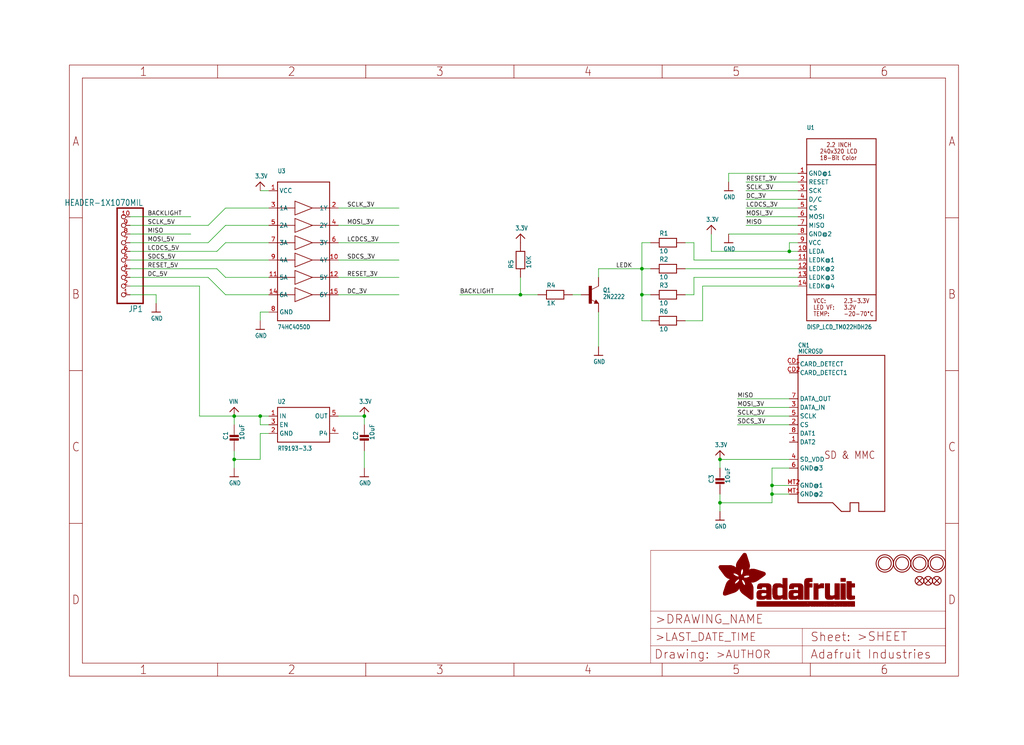
<source format=kicad_sch>
(kicad_sch (version 20211123) (generator eeschema)
  (paper "User" 299.872 218.313)
  (lib_symbols
    (symbol "Adafruit_2.2_SPI_240x320-eagle-import:3.3V" (power)
      (property "Value" "3.3V" (at -1.524 1.016 0))
      (symbol "3.3V_1_0"
        (pin power_in line (at 0 -2.54 90) (length 2.54) (name "3.3V") (number "1"))
      )
    )
    (symbol "Adafruit_2.2_SPI_240x320-eagle-import:74HC4050D"
      (property "Reference" "U" (at -7.62 22.86 0))
      (property "Value" "74HC4050D" (at -7.62 -22.86 0))
      (symbol "74HC4050D_1_0"
        (pin bidirectional line (at -10.16 17.78 0) (length 2.54) (name "VCC") (number "1"))
        (pin bidirectional line (at 10.16 -2.54 180) (length 2.54) (name "4Y") (number "10"))
        (pin bidirectional line (at -10.16 -7.62 0) (length 2.54) (name "5A") (number "11"))
        (pin bidirectional line (at 10.16 -7.62 180) (length 2.54) (name "5Y") (number "12"))
        (pin bidirectional line (at -10.16 -12.7 0) (length 2.54) (name "6A") (number "14"))
        (pin bidirectional line (at 10.16 -12.7 180) (length 2.54) (name "6Y") (number "15"))
        (pin bidirectional line (at 10.16 12.7 180) (length 2.54) (name "1Y") (number "2"))
        (pin bidirectional line (at -10.16 12.7 0) (length 2.54) (name "1A") (number "3"))
        (pin bidirectional line (at 10.16 7.62 180) (length 2.54) (name "2Y") (number "4"))
        (pin bidirectional line (at -10.16 7.62 0) (length 2.54) (name "2A") (number "5"))
        (pin bidirectional line (at 10.16 2.54 180) (length 2.54) (name "3Y") (number "6"))
        (pin bidirectional line (at -10.16 2.54 0) (length 2.54) (name "3A") (number "7"))
        (pin bidirectional line (at -10.16 -17.78 0) (length 2.54) (name "GND") (number "8"))
        (pin bidirectional line (at -10.16 -2.54 0) (length 2.54) (name "4A") (number "9"))
      )
    )
    (symbol "Adafruit_2.2_SPI_240x320-eagle-import:CAP_CERAMIC_0805MP"
      (property "Reference" "C" (at -1.79 0.54 90))
      (property "Value" "CAP_CERAMIC_0805MP" (at 3 0.54 90))
      (symbol "CAP_CERAMIC_0805MP_1_0"
        (pin passive line (at 0 5.08 270) (length 2.54) (name "1") (number "1"))
        (pin passive line (at 0 -2.54 90) (length 2.54) (name "2") (number "2"))
      )
    )
    (symbol "Adafruit_2.2_SPI_240x320-eagle-import:DISP_LCD_TM022HDH26"
      (property "Reference" "U" (at -10.16 30.48 0))
      (property "Value" "DISP_LCD_TM022HDH26" (at -10.16 -27.94 0))
      (symbol "DISP_LCD_TM022HDH26_1_0"
        (text "-20-70°C" (at 0.635 -24.13 0) (effects (font (size 1.27 1.0795)) (justify left bottom)))
        (text "18-Bit Color" (at -6.35 21.59 0) (effects (font (size 1.27 1.0795)) (justify left bottom)))
        (text "2.2 INCH" (at -4.445 25.4 0) (effects (font (size 1.27 1.0795)) (justify left bottom)))
        (text "2.3-3.3V" (at 0.635 -20.32 0) (effects (font (size 1.27 1.0795)) (justify left bottom)))
        (text "240x320 LCD" (at -6.35 23.495 0) (effects (font (size 1.27 1.0795)) (justify left bottom)))
        (text "3.2V" (at 0.635 -22.225 0) (effects (font (size 1.27 1.0795)) (justify left bottom)))
        (text "LED VF:" (at -8.255 -22.225 0) (effects (font (size 1.27 1.0795)) (justify left bottom)))
        (text "TEMP:" (at -8.255 -24.13 0) (effects (font (size 1.27 1.0795)) (justify left bottom)))
        (text "VCC:" (at -8.255 -20.32 0) (effects (font (size 1.27 1.0795)) (justify left bottom)))
        (pin power_in line (at -12.7 17.78 0) (length 2.54) (name "GND@1") (number "1"))
        (pin power_in line (at -12.7 -5.08 0) (length 2.54) (name "LEDA") (number "10"))
        (pin power_in line (at -12.7 -7.62 0) (length 2.54) (name "LEDK@1") (number "11"))
        (pin power_in line (at -12.7 -10.16 0) (length 2.54) (name "LEDK@2") (number "12"))
        (pin power_in line (at -12.7 -12.7 0) (length 2.54) (name "LEDK@3") (number "13"))
        (pin power_in line (at -12.7 -15.24 0) (length 2.54) (name "LEDK@4") (number "14"))
        (pin input line (at -12.7 15.24 0) (length 2.54) (name "RESET") (number "2"))
        (pin input line (at -12.7 12.7 0) (length 2.54) (name "SCK") (number "3"))
        (pin input line (at -12.7 10.16 0) (length 2.54) (name "D/C") (number "4"))
        (pin input line (at -12.7 7.62 0) (length 2.54) (name "CS") (number "5"))
        (pin input line (at -12.7 5.08 0) (length 2.54) (name "MOSI") (number "6"))
        (pin output line (at -12.7 2.54 0) (length 2.54) (name "MISO") (number "7"))
        (pin power_in line (at -12.7 0 0) (length 2.54) (name "GND@2") (number "8"))
        (pin power_in line (at -12.7 -2.54 0) (length 2.54) (name "VCC") (number "9"))
      )
    )
    (symbol "Adafruit_2.2_SPI_240x320-eagle-import:FIDUCIAL{dblquote}{dblquote}")
    (symbol "Adafruit_2.2_SPI_240x320-eagle-import:FRAME_A4_ADAFRUIT"
      (symbol "FRAME_A4_ADAFRUIT_0_0"
        (text "1" (at 21.6958 1.905 0) (effects (font (size 2.54 2.286))))
        (text "1" (at 21.6958 177.165 0) (effects (font (size 2.54 2.286))))
        (text "2" (at 65.0875 1.905 0) (effects (font (size 2.54 2.286))))
        (text "2" (at 65.0875 177.165 0) (effects (font (size 2.54 2.286))))
        (text "3" (at 108.4792 1.905 0) (effects (font (size 2.54 2.286))))
        (text "3" (at 108.4792 177.165 0) (effects (font (size 2.54 2.286))))
        (text "4" (at 151.8708 1.905 0) (effects (font (size 2.54 2.286))))
        (text "4" (at 151.8708 177.165 0) (effects (font (size 2.54 2.286))))
        (text "5" (at 195.2625 1.905 0) (effects (font (size 2.54 2.286))))
        (text "5" (at 195.2625 177.165 0) (effects (font (size 2.54 2.286))))
        (text "6" (at 238.6542 1.905 0) (effects (font (size 2.54 2.286))))
        (text "6" (at 238.6542 177.165 0) (effects (font (size 2.54 2.286))))
        (text "A" (at 1.905 156.6863 0) (effects (font (size 2.54 2.286))))
        (text "A" (at 258.445 156.6863 0) (effects (font (size 2.54 2.286))))
        (text "B" (at 1.905 111.9188 0) (effects (font (size 2.54 2.286))))
        (text "B" (at 258.445 111.9188 0) (effects (font (size 2.54 2.286))))
        (text "C" (at 1.905 67.1513 0) (effects (font (size 2.54 2.286))))
        (text "C" (at 258.445 67.1513 0) (effects (font (size 2.54 2.286))))
        (text "D" (at 1.905 22.3838 0) (effects (font (size 2.54 2.286))))
        (text "D" (at 258.445 22.3838 0) (effects (font (size 2.54 2.286))))
      )
      (symbol "FRAME_A4_ADAFRUIT_1_0"
        (text ">AUTHOR" (at 189.23 5.08 0) (effects (font (size 2.286 2.286)) (justify left bottom)))
        (text ">DRAWING_NAME" (at 171.45 15.24 0) (effects (font (size 2.54 2.54)) (justify left bottom)))
        (text ">LAST_DATE_TIME" (at 171.45 10.16 0) (effects (font (size 2.286 2.286)) (justify left bottom)))
        (text ">SHEET" (at 230.505 10.16 0) (effects (font (size 2.54 2.54)) (justify left bottom)))
        (text "Adafruit Industries" (at 216.916 4.953 0) (effects (font (size 2.54 2.54)) (justify left bottom)))
        (text "Drawing:" (at 171.196 4.953 0) (effects (font (size 2.54 2.54)) (justify left bottom)))
        (text "Sheet:" (at 216.916 10.033 0) (effects (font (size 2.54 2.54)) (justify left bottom)))
      )
    )
    (symbol "Adafruit_2.2_SPI_240x320-eagle-import:GND" (power)
      (property "Value" "GND" (at -1.524 -2.54 0))
      (symbol "GND_1_0"
        (pin power_in line (at 0 2.54 270) (length 2.54) (name "GND") (number "1"))
      )
    )
    (symbol "Adafruit_2.2_SPI_240x320-eagle-import:HEADER-1X1070MIL"
      (property "Reference" "JP" (at -6.35 13.335 0))
      (property "Value" "HEADER-1X1070MIL" (at -6.35 -17.78 0))
      (symbol "HEADER-1X1070MIL_1_0"
        (pin passive inverted (at -2.54 10.16 0) (length 2.54) (name "1") (number "1"))
        (pin passive inverted (at -2.54 -12.7 0) (length 2.54) (name "10") (number "10"))
        (pin passive inverted (at -2.54 7.62 0) (length 2.54) (name "2") (number "2"))
        (pin passive inverted (at -2.54 5.08 0) (length 2.54) (name "3") (number "3"))
        (pin passive inverted (at -2.54 2.54 0) (length 2.54) (name "4") (number "4"))
        (pin passive inverted (at -2.54 0 0) (length 2.54) (name "5") (number "5"))
        (pin passive inverted (at -2.54 -2.54 0) (length 2.54) (name "6") (number "6"))
        (pin passive inverted (at -2.54 -5.08 0) (length 2.54) (name "7") (number "7"))
        (pin passive inverted (at -2.54 -7.62 0) (length 2.54) (name "8") (number "8"))
        (pin passive inverted (at -2.54 -10.16 0) (length 2.54) (name "9") (number "9"))
      )
    )
    (symbol "Adafruit_2.2_SPI_240x320-eagle-import:MICROSD"
      (property "Reference" "X" (at -12.7 22.606 0))
      (property "Value" "MICROSD" (at -12.7 20.828 0))
      (symbol "MICROSD_1_0"
        (text "SD & MMC" (at -5.08 -10.16 0) (effects (font (size 2.1844 1.8567)) (justify left bottom)))
        (pin bidirectional line (at -15.24 -5.08 0) (length 2.54) (name "DAT2") (number "1"))
        (pin input line (at -15.24 0 0) (length 2.54) (name "CS") (number "2"))
        (pin input line (at -15.24 5.08 0) (length 2.54) (name "DATA_IN") (number "3"))
        (pin power_in line (at -15.24 -10.16 0) (length 2.54) (name "SD_VDD") (number "4"))
        (pin input line (at -15.24 2.54 0) (length 2.54) (name "SCLK") (number "5"))
        (pin power_in line (at -15.24 -12.7 0) (length 2.54) (name "GND@3") (number "6"))
        (pin output line (at -15.24 7.62 0) (length 2.54) (name "DATA_OUT") (number "7"))
        (pin bidirectional line (at -15.24 -2.54 0) (length 2.54) (name "DAT1") (number "8"))
        (pin passive line (at -15.24 17.78 0) (length 2.54) (name "CARD_DETECT") (number "CD1"))
        (pin passive line (at -15.24 15.24 0) (length 2.54) (name "CARD_DETECT1") (number "CD2"))
        (pin power_in line (at -15.24 -20.32 0) (length 2.54) (name "GND@2") (number "MT1"))
        (pin power_in line (at -15.24 -17.78 0) (length 2.54) (name "GND@1") (number "MT2"))
      )
    )
    (symbol "Adafruit_2.2_SPI_240x320-eagle-import:MOUNTINGHOLE2.5")
    (symbol "Adafruit_2.2_SPI_240x320-eagle-import:RESISTOR_0805MP"
      (property "Reference" "R" (at -2.54 2.032 0))
      (property "Value" "RESISTOR_0805MP" (at -2.54 -3.175 0))
      (symbol "RESISTOR_0805MP_1_0"
        (pin passive line (at -5.08 0 0) (length 2.54) (name "1") (number "1"))
        (pin passive line (at 5.08 0 180) (length 2.54) (name "2") (number "2"))
      )
    )
    (symbol "Adafruit_2.2_SPI_240x320-eagle-import:TRANSISTOR_NPNWIDE"
      (property "Reference" "Q" (at 1.27 0.635 0))
      (property "Value" "TRANSISTOR_NPNWIDE" (at 1.27 -1.27 0))
      (symbol "TRANSISTOR_NPNWIDE_1_0"
        (pin passive line (at -5.08 0 0) (length 2.54) (name "B") (number "1"))
        (pin passive line (at 0 -5.08 90) (length 2.54) (name "E") (number "2"))
        (pin passive line (at 0 5.08 270) (length 2.54) (name "C") (number "3"))
      )
    )
    (symbol "Adafruit_2.2_SPI_240x320-eagle-import:VIN" (power)
      (property "Value" "VIN" (at -1.524 1.016 0))
      (symbol "VIN_1_0"
        (pin power_in line (at 0 -2.54 90) (length 2.54) (name "VIN") (number "1"))
      )
    )
    (symbol "Adafruit_2.2_SPI_240x320-eagle-import:VREG_SOT23-5"
      (property "Reference" "U" (at -7.62 6.096 0))
      (property "Value" "VREG_SOT23-5" (at -7.62 -7.62 0))
      (symbol "VREG_SOT23-5_1_0"
        (pin power_in line (at -10.16 2.54 0) (length 2.54) (name "IN") (number "1"))
        (pin power_in line (at -10.16 -2.54 0) (length 2.54) (name "GND") (number "2"))
        (pin input line (at -10.16 0 0) (length 2.54) (name "EN") (number "3"))
        (pin bidirectional line (at 10.16 -2.54 180) (length 2.54) (name "P4") (number "4"))
        (pin power_in line (at 10.16 2.54 180) (length 2.54) (name "OUT") (number "5"))
      )
    )
  )
  (junction (at 210.82 134.62))
  (junction (at 187.96 78.74))
  (junction (at 226.06 142.24))
  (junction (at 76.2 121.92))
  (junction (at 68.58 121.92))
  (junction (at 226.06 144.78))
  (junction (at 152.4 86.36))
  (junction (at 210.82 147.32))
  (junction (at 231.14 73.66))
  (junction (at 106.68 121.92))
  (junction (at 68.58 134.62))
  (junction (at 187.96 86.36))
  (wire (pts (xy 208.28 73.66) (xy 208.28 68.58)))
  (wire (pts (xy 233.68 83.82) (xy 205.74 83.82)))
  (wire (pts (xy 99.06 86.36) (xy 116.84 86.36)))
  (wire (pts (xy 203.2 86.36) (xy 200.66 86.36)))
  (wire (pts (xy 78.74 124.46) (xy 76.2 124.46)))
  (wire (pts (xy 66.04 81.28) (xy 78.74 81.28)))
  (wire (pts (xy 231.14 142.24) (xy 226.06 142.24)))
  (wire (pts (xy 231.14 71.12) (xy 231.14 73.66)))
  (wire (pts (xy 187.96 78.74) (xy 187.96 86.36)))
  (wire (pts (xy 38.1 83.82) (xy 58.42 83.82)))
  (wire (pts (xy 175.26 78.74) (xy 175.26 81.28)))
  (wire (pts (xy 99.06 121.92) (xy 106.68 121.92)))
  (wire (pts (xy 200.66 93.98) (xy 205.74 93.98)))
  (wire (pts (xy 38.1 76.2) (xy 78.74 76.2)))
  (wire (pts (xy 213.36 50.8) (xy 213.36 53.34)))
  (wire (pts (xy 226.06 147.32) (xy 210.82 147.32)))
  (wire (pts (xy 66.04 71.12) (xy 78.74 71.12)))
  (wire (pts (xy 76.2 134.62) (xy 68.58 134.62)))
  (wire (pts (xy 231.14 121.92) (xy 215.9 121.92)))
  (wire (pts (xy 233.68 81.28) (xy 203.2 81.28)))
  (wire (pts (xy 203.2 71.12) (xy 200.66 71.12)))
  (wire (pts (xy 76.2 127) (xy 76.2 134.62)))
  (wire (pts (xy 76.2 121.92) (xy 68.58 121.92)))
  (wire (pts (xy 233.68 63.5) (xy 218.44 63.5)))
  (wire (pts (xy 231.14 119.38) (xy 215.9 119.38)))
  (wire (pts (xy 233.68 55.88) (xy 218.44 55.88)))
  (wire (pts (xy 210.82 144.78) (xy 210.82 147.32)))
  (wire (pts (xy 231.14 116.84) (xy 215.9 116.84)))
  (wire (pts (xy 226.06 137.16) (xy 226.06 142.24)))
  (wire (pts (xy 231.14 124.46) (xy 215.9 124.46)))
  (wire (pts (xy 99.06 76.2) (xy 116.84 76.2)))
  (wire (pts (xy 38.1 68.58) (xy 55.88 68.58)))
  (wire (pts (xy 63.5 73.66) (xy 66.04 71.12)))
  (wire (pts (xy 233.68 50.8) (xy 213.36 50.8)))
  (wire (pts (xy 38.1 71.12) (xy 60.96 71.12)))
  (wire (pts (xy 76.2 91.44) (xy 76.2 93.98)))
  (wire (pts (xy 190.5 78.74) (xy 187.96 78.74)))
  (wire (pts (xy 45.72 86.36) (xy 45.72 88.9)))
  (wire (pts (xy 187.96 71.12) (xy 187.96 78.74)))
  (wire (pts (xy 38.1 78.74) (xy 63.5 78.74)))
  (wire (pts (xy 187.96 93.98) (xy 190.5 93.98)))
  (wire (pts (xy 60.96 81.28) (xy 66.04 86.36)))
  (wire (pts (xy 68.58 134.62) (xy 68.58 137.16)))
  (wire (pts (xy 233.68 53.34) (xy 218.44 53.34)))
  (wire (pts (xy 78.74 55.88) (xy 76.2 55.88)))
  (wire (pts (xy 233.68 73.66) (xy 231.14 73.66)))
  (wire (pts (xy 231.14 137.16) (xy 226.06 137.16)))
  (wire (pts (xy 205.74 83.82) (xy 205.74 93.98)))
  (wire (pts (xy 58.42 121.92) (xy 68.58 121.92)))
  (wire (pts (xy 63.5 78.74) (xy 66.04 81.28)))
  (wire (pts (xy 38.1 81.28) (xy 60.96 81.28)))
  (wire (pts (xy 213.36 68.58) (xy 233.68 68.58)))
  (wire (pts (xy 218.44 58.42) (xy 233.68 58.42)))
  (wire (pts (xy 58.42 83.82) (xy 58.42 121.92)))
  (wire (pts (xy 78.74 91.44) (xy 76.2 91.44)))
  (wire (pts (xy 167.64 86.36) (xy 170.18 86.36)))
  (wire (pts (xy 106.68 132.08) (xy 106.68 137.16)))
  (wire (pts (xy 38.1 66.04) (xy 60.96 66.04)))
  (wire (pts (xy 66.04 86.36) (xy 78.74 86.36)))
  (wire (pts (xy 187.96 86.36) (xy 190.5 86.36)))
  (wire (pts (xy 226.06 142.24) (xy 226.06 144.78)))
  (wire (pts (xy 68.58 132.08) (xy 68.58 134.62)))
  (wire (pts (xy 187.96 78.74) (xy 175.26 78.74)))
  (wire (pts (xy 231.14 144.78) (xy 226.06 144.78)))
  (wire (pts (xy 99.06 66.04) (xy 116.84 66.04)))
  (wire (pts (xy 66.04 60.96) (xy 78.74 60.96)))
  (wire (pts (xy 99.06 60.96) (xy 116.84 60.96)))
  (wire (pts (xy 157.48 86.36) (xy 152.4 86.36)))
  (wire (pts (xy 226.06 144.78) (xy 226.06 147.32)))
  (wire (pts (xy 99.06 71.12) (xy 116.84 71.12)))
  (wire (pts (xy 203.2 81.28) (xy 203.2 86.36)))
  (wire (pts (xy 233.68 60.96) (xy 218.44 60.96)))
  (wire (pts (xy 78.74 127) (xy 76.2 127)))
  (wire (pts (xy 60.96 71.12) (xy 66.04 66.04)))
  (wire (pts (xy 76.2 124.46) (xy 76.2 121.92)))
  (wire (pts (xy 66.04 66.04) (xy 78.74 66.04)))
  (wire (pts (xy 106.68 121.92) (xy 106.68 124.46)))
  (wire (pts (xy 203.2 76.2) (xy 203.2 71.12)))
  (wire (pts (xy 187.96 86.36) (xy 187.96 93.98)))
  (wire (pts (xy 210.82 134.62) (xy 210.82 137.16)))
  (wire (pts (xy 99.06 81.28) (xy 116.84 81.28)))
  (wire (pts (xy 60.96 66.04) (xy 66.04 60.96)))
  (wire (pts (xy 231.14 73.66) (xy 208.28 73.66)))
  (wire (pts (xy 152.4 81.28) (xy 152.4 86.36)))
  (wire (pts (xy 233.68 78.74) (xy 200.66 78.74)))
  (wire (pts (xy 218.44 66.04) (xy 233.68 66.04)))
  (wire (pts (xy 38.1 63.5) (xy 55.88 63.5)))
  (wire (pts (xy 38.1 86.36) (xy 45.72 86.36)))
  (wire (pts (xy 233.68 76.2) (xy 203.2 76.2)))
  (wire (pts (xy 190.5 71.12) (xy 187.96 71.12)))
  (wire (pts (xy 233.68 71.12) (xy 231.14 71.12)))
  (wire (pts (xy 68.58 121.92) (xy 68.58 124.46)))
  (wire (pts (xy 210.82 147.32) (xy 210.82 149.86)))
  (wire (pts (xy 231.14 134.62) (xy 210.82 134.62)))
  (wire (pts (xy 152.4 86.36) (xy 134.62 86.36)))
  (wire (pts (xy 78.74 121.92) (xy 76.2 121.92)))
  (wire (pts (xy 175.26 91.44) (xy 175.26 101.6)))
  (wire (pts (xy 38.1 73.66) (xy 63.5 73.66)))
  (label "SCLK_3V" (at 101.6 60.96 0) (effects (font (size 1.2446 1.2446))))
  (label "MOSI_3V" (at 218.44 63.5 0) (effects (font (size 1.2446 1.2446))))
  (label "LCDCS_3V" (at 218.44 60.96 0) (effects (font (size 1.2446 1.2446))))
  (label "RESET_5V" (at 43.18 78.74 0) (effects (font (size 1.2446 1.2446))))
  (label "RESET_3V" (at 101.6 81.28 0) (effects (font (size 1.2446 1.2446))))
  (label "MOSI_3V" (at 101.6 66.04 0) (effects (font (size 1.2446 1.2446))))
  (label "SDCS_5V" (at 43.18 76.2 0) (effects (font (size 1.2446 1.2446))))
  (label "LCDCS_3V" (at 101.6 71.12 0) (effects (font (size 1.2446 1.2446))))
  (label "SDCS_3V" (at 215.9 124.46 0) (effects (font (size 1.2446 1.2446))))
  (label "SCLK_5V" (at 43.18 66.04 0) (effects (font (size 1.2446 1.2446))))
  (label "LEDK" (at 180.34 78.74 0) (effects (font (size 1.2446 1.2446))))
  (label "SDCS_3V" (at 101.6 76.2 0) (effects (font (size 1.2446 1.2446))))
  (label "MOSI_3V" (at 215.9 119.38 0) (effects (font (size 1.2446 1.2446))))
  (label "SCLK_3V" (at 215.9 121.92 0) (effects (font (size 1.2446 1.2446))))
  (label "DC_3V" (at 218.44 58.42 0) (effects (font (size 1.2446 1.2446))))
  (label "MISO" (at 215.9 116.84 0) (effects (font (size 1.2446 1.2446))))
  (label "DC_5V" (at 43.18 81.28 0) (effects (font (size 1.2446 1.2446))))
  (label "BACKLIGHT" (at 43.18 63.5 0) (effects (font (size 1.2446 1.2446))))
  (label "DC_3V" (at 101.6 86.36 0) (effects (font (size 1.2446 1.2446))))
  (label "MISO" (at 43.18 68.58 0) (effects (font (size 1.2446 1.2446))))
  (label "MOSI_5V" (at 43.18 71.12 0) (effects (font (size 1.2446 1.2446))))
  (label "BACKLIGHT" (at 134.62 86.36 0) (effects (font (size 1.2446 1.2446))))
  (label "MISO" (at 218.44 66.04 0) (effects (font (size 1.2446 1.2446))))
  (label "RESET_3V" (at 218.44 53.34 0) (effects (font (size 1.2446 1.2446))))
  (label "LCDCS_5V" (at 43.18 73.66 0) (effects (font (size 1.2446 1.2446))))
  (label "SCLK_3V" (at 218.44 55.88 0) (effects (font (size 1.2446 1.2446))))
  (symbol (lib_id "Adafruit_2.2_SPI_240x320-eagle-import:RESISTOR_0805MP") (at 195.58 86.36 0)
    (property "Reference" "R3" (at 193.04 84.328 0) (effects (justify left bottom)))
    (property "Value" "10" (at 193.04 89.535 0) (effects (justify left bottom)))
    (property "Footprint" "Adafruit_2.2_SPI_240x320:_0805MP" (effects hide))
  )
  (symbol (lib_id "Adafruit_2.2_SPI_240x320-eagle-import:GND") (at 210.82 152.4 0)
    (property "Reference" "#U$010" (effects hide))
    (property "Value" "GND" (at 209.296 154.94 0) (effects (font (size 1.27 1.0795)) (justify left bottom)))
    (property "Footprint" "Adafruit_2.2_SPI_240x320:" (effects hide))
  )
  (symbol (lib_id "Adafruit_2.2_SPI_240x320-eagle-import:FIDUCIAL{dblquote}{dblquote}") (at 274.32 170.18 0)
    (property "Reference" "FID1" (effects hide))
    (property "Value" "FIDUCIAL{dblquote}{dblquote}" (effects hide))
    (property "Footprint" "Adafruit_2.2_SPI_240x320:FIDUCIAL_1MM" (effects hide))
  )
  (symbol (lib_id "Adafruit_2.2_SPI_240x320-eagle-import:GND") (at 76.2 96.52 0)
    (property "Reference" "#U$016" (effects hide))
    (property "Value" "GND" (at 74.676 99.06 0) (effects (font (size 1.27 1.0795)) (justify left bottom)))
    (property "Footprint" "Adafruit_2.2_SPI_240x320:" (effects hide))
  )
  (symbol (lib_id "Adafruit_2.2_SPI_240x320-eagle-import:GND") (at 106.68 139.7 0)
    (property "Reference" "#U$015" (effects hide))
    (property "Value" "GND" (at 105.156 142.24 0) (effects (font (size 1.27 1.0795)) (justify left bottom)))
    (property "Footprint" "Adafruit_2.2_SPI_240x320:" (effects hide))
  )
  (symbol (lib_id "Adafruit_2.2_SPI_240x320-eagle-import:MOUNTINGHOLE2.5") (at 269.24 165.1 0)
    (property "Reference" "U$3" (effects hide))
    (property "Value" "MOUNTINGHOLE2.5" (effects hide))
    (property "Footprint" "Adafruit_2.2_SPI_240x320:MOUNTINGHOLE_2.5_PLATED" (effects hide))
  )
  (symbol (lib_id "Adafruit_2.2_SPI_240x320-eagle-import:FIDUCIAL{dblquote}{dblquote}") (at 271.78 170.18 0)
    (property "Reference" "FID2" (effects hide))
    (property "Value" "FIDUCIAL{dblquote}{dblquote}" (effects hide))
    (property "Footprint" "Adafruit_2.2_SPI_240x320:FIDUCIAL_1MM" (effects hide))
  )
  (symbol (lib_id "Adafruit_2.2_SPI_240x320-eagle-import:3.3V") (at 76.2 53.34 0)
    (property "Reference" "#U$017" (effects hide))
    (property "Value" "3.3V" (at 74.676 52.324 0) (effects (font (size 1.27 1.0795)) (justify left bottom)))
    (property "Footprint" "Adafruit_2.2_SPI_240x320:" (effects hide))
  )
  (symbol (lib_id "Adafruit_2.2_SPI_240x320-eagle-import:VREG_SOT23-5") (at 88.9 124.46 0)
    (property "Reference" "U2" (at 81.28 118.364 0) (effects (font (size 1.27 1.0795)) (justify left bottom)))
    (property "Value" "RT9193-3.3" (at 81.28 132.08 0) (effects (font (size 1.27 1.0795)) (justify left bottom)))
    (property "Footprint" "Adafruit_2.2_SPI_240x320:SOT23-5" (effects hide))
  )
  (symbol (lib_id "Adafruit_2.2_SPI_240x320-eagle-import:RESISTOR_0805MP") (at 195.58 93.98 0)
    (property "Reference" "R6" (at 193.04 91.948 0) (effects (justify left bottom)))
    (property "Value" "10" (at 193.04 97.155 0) (effects (justify left bottom)))
    (property "Footprint" "Adafruit_2.2_SPI_240x320:_0805MP" (effects hide))
  )
  (symbol (lib_id "Adafruit_2.2_SPI_240x320-eagle-import:GND") (at 68.58 139.7 0)
    (property "Reference" "#U$013" (effects hide))
    (property "Value" "GND" (at 67.056 142.24 0) (effects (font (size 1.27 1.0795)) (justify left bottom)))
    (property "Footprint" "Adafruit_2.2_SPI_240x320:" (effects hide))
  )
  (symbol (lib_id "Adafruit_2.2_SPI_240x320-eagle-import:FIDUCIAL{dblquote}{dblquote}") (at 269.24 170.18 0)
    (property "Reference" "FID3" (effects hide))
    (property "Value" "FIDUCIAL{dblquote}{dblquote}" (effects hide))
    (property "Footprint" "Adafruit_2.2_SPI_240x320:FIDUCIAL_1MM" (effects hide))
    (property "Value" "FIDUCIAL{dblquote}{dblquote}" (effects hide))
  )
  (symbol (lib_id "Adafruit_2.2_SPI_240x320-eagle-import:GND") (at 175.26 104.14 0)
    (property "Reference" "#U$018" (effects hide))
    (property "Value" "GND" (at 173.736 106.68 0) (effects (font (size 1.27 1.0795)) (justify left bottom)))
    (property "Footprint" "Adafruit_2.2_SPI_240x320:" (effects hide))
  )
  (symbol (lib_id "Adafruit_2.2_SPI_240x320-eagle-import:GND") (at 213.36 71.12 0)
    (property "Reference" "#U$019" (effects hide))
    (property "Value" "GND" (at 211.836 73.66 0) (effects (font (size 1.27 1.0795)) (justify left bottom)))
    (property "Footprint" "Adafruit_2.2_SPI_240x320:" (effects hide))
  )
  (symbol (lib_id "Adafruit_2.2_SPI_240x320-eagle-import:CAP_CERAMIC_0805MP") (at 106.68 129.54 0)
    (property "Reference" "C2" (at 104.89 129 90) (effects (justify left bottom)))
    (property "Value" "10uF" (at 109.68 129 90) (effects (justify left bottom)))
    (property "Footprint" "Adafruit_2.2_SPI_240x320:_0805MP" (effects hide))
  )
  (symbol (lib_id "Adafruit_2.2_SPI_240x320-eagle-import:RESISTOR_0805MP") (at 195.58 71.12 0)
    (property "Reference" "R1" (at 193.04 69.088 0) (effects (justify left bottom)))
    (property "Value" "10" (at 193.04 74.295 0) (effects (justify left bottom)))
    (property "Footprint" "Adafruit_2.2_SPI_240x320:_0805MP" (effects hide))
  )
  (symbol (lib_id "Adafruit_2.2_SPI_240x320-eagle-import:TRANSISTOR_NPNWIDE") (at 175.26 86.36 0)
    (property "Reference" "Q1" (at 176.53 85.725 0) (effects (font (size 1.27 1.0795)) (justify left bottom)))
    (property "Value" "2N2222" (at 176.53 87.63 0) (effects (font (size 1.27 1.0795)) (justify left bottom)))
    (property "Footprint" "Adafruit_2.2_SPI_240x320:SOT23-WIDE" (effects hide))
  )
  (symbol (lib_id "Adafruit_2.2_SPI_240x320-eagle-import:GND") (at 45.72 91.44 0)
    (property "Reference" "#U$011" (effects hide))
    (property "Value" "GND" (at 44.196 93.98 0) (effects (font (size 1.27 1.0795)) (justify left bottom)))
    (property "Footprint" "Adafruit_2.2_SPI_240x320:" (effects hide))
  )
  (symbol (lib_id "Adafruit_2.2_SPI_240x320-eagle-import:RESISTOR_0805MP") (at 195.58 78.74 0)
    (property "Reference" "R2" (at 193.04 76.708 0) (effects (justify left bottom)))
    (property "Value" "10" (at 193.04 81.915 0) (effects (justify left bottom)))
    (property "Footprint" "Adafruit_2.2_SPI_240x320:_0805MP" (effects hide))
  )
  (symbol (lib_id "Adafruit_2.2_SPI_240x320-eagle-import:3.3V") (at 208.28 66.04 0)
    (property "Reference" "#U$06" (effects hide))
    (property "Value" "3.3V" (at 206.756 65.024 0) (effects (font (size 1.27 1.0795)) (justify left bottom)))
    (property "Footprint" "Adafruit_2.2_SPI_240x320:" (effects hide))
  )
  (symbol (lib_id "Adafruit_2.2_SPI_240x320-eagle-import:RESISTOR_0805MP") (at 162.56 86.36 0)
    (property "Reference" "R4" (at 160.02 84.328 0) (effects (justify left bottom)))
    (property "Value" "1K" (at 160.02 89.535 0) (effects (justify left bottom)))
    (property "Footprint" "Adafruit_2.2_SPI_240x320:_0805MP" (effects hide))
  )
  (symbol (lib_id "Adafruit_2.2_SPI_240x320-eagle-import:MOUNTINGHOLE2.5") (at 264.16 165.1 0)
    (property "Reference" "U$4" (effects hide))
    (property "Value" "MOUNTINGHOLE2.5" (effects hide))
    (property "Footprint" "Adafruit_2.2_SPI_240x320:MOUNTINGHOLE_2.5_PLATED" (effects hide))
  )
  (symbol (lib_id "Adafruit_2.2_SPI_240x320-eagle-import:VIN") (at 68.58 119.38 0)
    (property "Reference" "#U$012" (effects hide))
    (property "Value" "VIN" (at 67.056 118.364 0) (effects (font (size 1.27 1.0795)) (justify left bottom)))
    (property "Footprint" "Adafruit_2.2_SPI_240x320:" (effects hide))
  )
  (symbol (lib_id "Adafruit_2.2_SPI_240x320-eagle-import:FRAME_A4_ADAFRUIT") (at 20.32 198.12 0)
    (property "Reference" "#U$1" (effects hide))
    (property "Value" "FRAME_A4_ADAFRUIT" (effects hide))
    (property "Footprint" "Adafruit_2.2_SPI_240x320:" (effects hide))
  )
  (symbol (lib_id "Adafruit_2.2_SPI_240x320-eagle-import:MICROSD") (at 246.38 124.46 0)
    (property "Reference" "CN1" (at 233.68 101.854 0) (effects (font (size 1.27 1.0795)) (justify left bottom)))
    (property "Value" "MICROSD" (at 233.68 103.632 0) (effects (font (size 1.27 1.0795)) (justify left bottom)))
    (property "Footprint" "Adafruit_2.2_SPI_240x320:MICROSD" (effects hide))
  )
  (symbol (lib_id "Adafruit_2.2_SPI_240x320-eagle-import:CAP_CERAMIC_0805MP") (at 68.58 129.54 0)
    (property "Reference" "C1" (at 66.79 129 90) (effects (justify left bottom)))
    (property "Value" "10uF" (at 71.58 129 90) (effects (justify left bottom)))
    (property "Footprint" "Adafruit_2.2_SPI_240x320:_0805MP" (effects hide))
  )
  (symbol (lib_id "Adafruit_2.2_SPI_240x320-eagle-import:3.3V") (at 210.82 132.08 0)
    (property "Reference" "#U$09" (effects hide))
    (property "Value" "3.3V" (at 209.296 131.064 0) (effects (font (size 1.27 1.0795)) (justify left bottom)))
    (property "Footprint" "Adafruit_2.2_SPI_240x320:" (effects hide))
  )
  (symbol (lib_id "Adafruit_2.2_SPI_240x320-eagle-import:MOUNTINGHOLE2.5") (at 259.08 165.1 0)
    (property "Reference" "U$5" (effects hide))
    (property "Value" "MOUNTINGHOLE2.5" (effects hide))
    (property "Footprint" "Adafruit_2.2_SPI_240x320:MOUNTINGHOLE_2.5_PLATED" (effects hide))
  )
  (symbol (lib_id "Adafruit_2.2_SPI_240x320-eagle-import:CAP_CERAMIC_0805MP") (at 210.82 142.24 0)
    (property "Reference" "C3" (at 209.03 141.7 90) (effects (justify left bottom)))
    (property "Value" "10uF" (at 213.82 141.7 90) (effects (justify left bottom)))
    (property "Footprint" "Adafruit_2.2_SPI_240x320:_0805MP" (effects hide))
  )
  (symbol (lib_id "Adafruit_2.2_SPI_240x320-eagle-import:3.3V") (at 106.68 119.38 0)
    (property "Reference" "#U$014" (effects hide))
    (property "Value" "3.3V" (at 105.156 118.364 0) (effects (font (size 1.27 1.0795)) (justify left bottom)))
    (property "Footprint" "Adafruit_2.2_SPI_240x320:" (effects hide))
  )
  (symbol (lib_id "Adafruit_2.2_SPI_240x320-eagle-import:DISP_LCD_TM022HDH26") (at 246.38 68.58 0)
    (property "Reference" "U1" (at 236.22 38.1 0) (effects (font (size 1.27 1.0795)) (justify left bottom)))
    (property "Value" "DISP_LCD_TM022HDH26" (at 236.22 96.52 0) (effects (font (size 1.27 1.0795)) (justify left bottom)))
    (property "Footprint" "Adafruit_2.2_SPI_240x320:TM022HDH26_2.2IN_LCD" (effects hide))
  )
  (symbol (lib_id "Adafruit_2.2_SPI_240x320-eagle-import:MOUNTINGHOLE2.5") (at 274.32 165.1 0)
    (property "Reference" "U$2" (effects hide))
    (property "Value" "MOUNTINGHOLE2.5" (effects hide))
    (property "Footprint" "Adafruit_2.2_SPI_240x320:MOUNTINGHOLE_2.5_PLATED" (effects hide))
  )
  (symbol (lib_id "Adafruit_2.2_SPI_240x320-eagle-import:GND") (at 213.36 55.88 0)
    (property "Reference" "#U$022" (effects hide))
    (property "Value" "GND" (at 211.836 58.42 0) (effects (font (size 1.27 1.0795)) (justify left bottom)))
    (property "Footprint" "Adafruit_2.2_SPI_240x320:" (effects hide))
  )
  (symbol (lib_id "Adafruit_2.2_SPI_240x320-eagle-import:RESISTOR_0805MP") (at 152.4 76.2 90)
    (property "Reference" "R5" (at 150.368 78.74 0) (effects (justify left bottom)))
    (property "Value" "10K" (at 155.575 78.74 0) (effects (justify left bottom)))
    (property "Footprint" "Adafruit_2.2_SPI_240x320:_0805MP" (effects hide))
  )
  (symbol (lib_id "Adafruit_2.2_SPI_240x320-eagle-import:3.3V") (at 152.4 68.58 0)
    (property "Reference" "#U$021" (effects hide))
    (property "Value" "3.3V" (at 150.876 67.564 0) (effects (font (size 1.27 1.0795)) (justify left bottom)))
    (property "Footprint" "Adafruit_2.2_SPI_240x320:" (effects hide))
  )
  (symbol (lib_id "Adafruit_2.2_SPI_240x320-eagle-import:74HC4050D") (at 88.9 73.66 0)
    (property "Reference" "U3" (at 81.28 50.8 0) (effects (font (size 1.27 1.0795)) (justify left bottom)))
    (property "Value" "74HC4050D" (at 81.28 96.52 0) (effects (font (size 1.27 1.0795)) (justify left bottom)))
    (property "Footprint" "Adafruit_2.2_SPI_240x320:SOIC16" (effects hide))
  )
  (symbol (lib_id "Adafruit_2.2_SPI_240x320-eagle-import:HEADER-1X1070MIL") (at 35.56 76.2 180)
    (property "Reference" "JP1" (at 41.91 89.535 0) (effects (font (size 1.778 1.5113)) (justify left bottom)))
    (property "Value" "HEADER-1X1070MIL" (at 41.91 58.42 0) (effects (font (size 1.778 1.5113)) (justify left bottom)))
    (property "Footprint" "Adafruit_2.2_SPI_240x320:1X10_ROUND70" (effects hide))
  )
)
</source>
